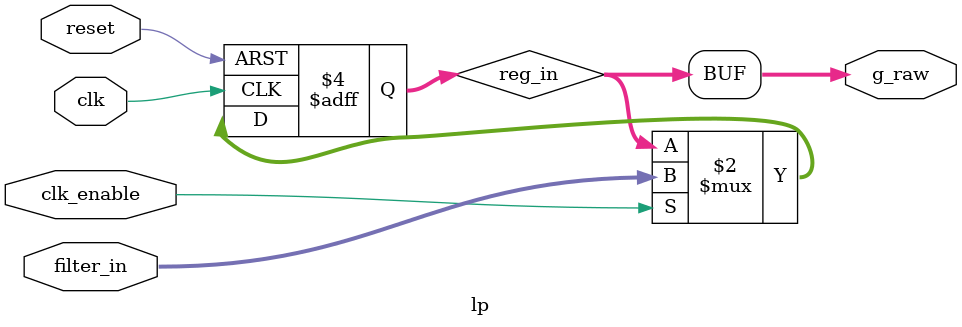
<source format=v>
module lp (
    input clk,
    input clk_enable,
    input reset,
    input signed [15:0] filter_in,
    output signed [15:0] g_raw
);
    reg signed [15:0] reg_in;
    always @(posedge clk or posedge reset) begin
        if (reset) reg_in <= 0;
        else if (clk_enable) reg_in <= filter_in;
    end
    assign g_raw = reg_in; // TODO: implement actual LPF
endmodule

</source>
